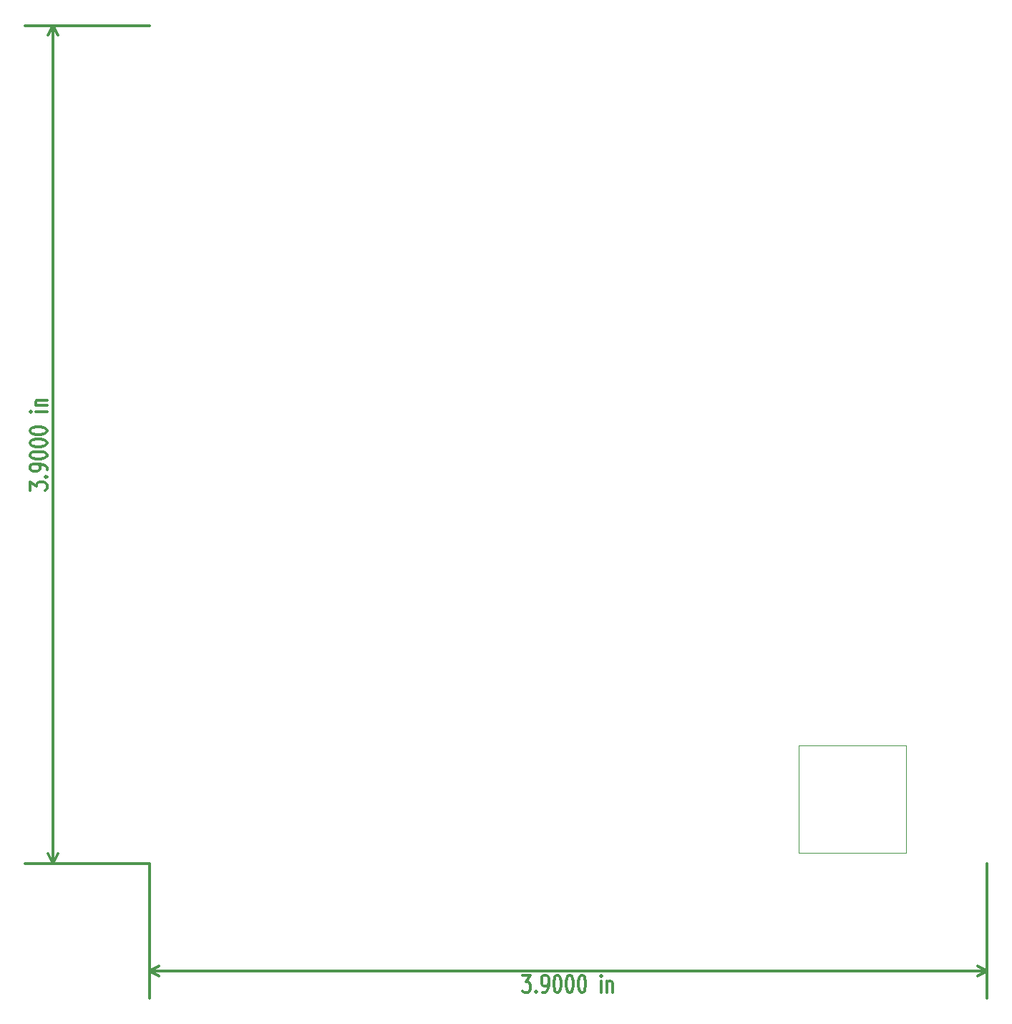
<source format=gbr>
G04 #@! TF.FileFunction,Drawing*
%FSLAX46Y46*%
G04 Gerber Fmt 4.6, Leading zero omitted, Abs format (unit mm)*
G04 Created by KiCad (PCBNEW (after 2015-may-25 BZR unknown)-product) date 10/06/2015 1:45:06 PM*
%MOMM*%
G01*
G04 APERTURE LIST*
%ADD10C,0.150000*%
%ADD11C,0.304800*%
%ADD12C,0.101600*%
G04 APERTURE END LIST*
D10*
D11*
X-1468362Y63173428D02*
X-1468362Y64116857D01*
X-694267Y63608857D01*
X-694267Y63826571D01*
X-597505Y63971714D01*
X-500743Y64044285D01*
X-307219Y64116857D01*
X176590Y64116857D01*
X370114Y64044285D01*
X466876Y63971714D01*
X563638Y63826571D01*
X563638Y63391143D01*
X466876Y63246000D01*
X370114Y63173428D01*
X370114Y64770000D02*
X466876Y64842572D01*
X563638Y64770000D01*
X466876Y64697429D01*
X370114Y64770000D01*
X563638Y64770000D01*
X563638Y65568286D02*
X563638Y65858571D01*
X466876Y66003714D01*
X370114Y66076286D01*
X79829Y66221428D01*
X-307219Y66294000D01*
X-1081314Y66294000D01*
X-1274838Y66221428D01*
X-1371600Y66148857D01*
X-1468362Y66003714D01*
X-1468362Y65713428D01*
X-1371600Y65568286D01*
X-1274838Y65495714D01*
X-1081314Y65423143D01*
X-597505Y65423143D01*
X-403981Y65495714D01*
X-307219Y65568286D01*
X-210457Y65713428D01*
X-210457Y66003714D01*
X-307219Y66148857D01*
X-403981Y66221428D01*
X-597505Y66294000D01*
X-1468362Y67237429D02*
X-1468362Y67382572D01*
X-1371600Y67527715D01*
X-1274838Y67600286D01*
X-1081314Y67672857D01*
X-694267Y67745429D01*
X-210457Y67745429D01*
X176590Y67672857D01*
X370114Y67600286D01*
X466876Y67527715D01*
X563638Y67382572D01*
X563638Y67237429D01*
X466876Y67092286D01*
X370114Y67019715D01*
X176590Y66947143D01*
X-210457Y66874572D01*
X-694267Y66874572D01*
X-1081314Y66947143D01*
X-1274838Y67019715D01*
X-1371600Y67092286D01*
X-1468362Y67237429D01*
X-1468362Y68688858D02*
X-1468362Y68834001D01*
X-1371600Y68979144D01*
X-1274838Y69051715D01*
X-1081314Y69124286D01*
X-694267Y69196858D01*
X-210457Y69196858D01*
X176590Y69124286D01*
X370114Y69051715D01*
X466876Y68979144D01*
X563638Y68834001D01*
X563638Y68688858D01*
X466876Y68543715D01*
X370114Y68471144D01*
X176590Y68398572D01*
X-210457Y68326001D01*
X-694267Y68326001D01*
X-1081314Y68398572D01*
X-1274838Y68471144D01*
X-1371600Y68543715D01*
X-1468362Y68688858D01*
X-1468362Y70140287D02*
X-1468362Y70285430D01*
X-1371600Y70430573D01*
X-1274838Y70503144D01*
X-1081314Y70575715D01*
X-694267Y70648287D01*
X-210457Y70648287D01*
X176590Y70575715D01*
X370114Y70503144D01*
X466876Y70430573D01*
X563638Y70285430D01*
X563638Y70140287D01*
X466876Y69995144D01*
X370114Y69922573D01*
X176590Y69850001D01*
X-210457Y69777430D01*
X-694267Y69777430D01*
X-1081314Y69850001D01*
X-1274838Y69922573D01*
X-1371600Y69995144D01*
X-1468362Y70140287D01*
X563638Y72462573D02*
X-791029Y72462573D01*
X-1468362Y72462573D02*
X-1371600Y72390002D01*
X-1274838Y72462573D01*
X-1371600Y72535145D01*
X-1468362Y72462573D01*
X-1274838Y72462573D01*
X-791029Y73188287D02*
X563638Y73188287D01*
X-597505Y73188287D02*
X-694267Y73260859D01*
X-791029Y73406001D01*
X-791029Y73623716D01*
X-694267Y73768859D01*
X-500743Y73841430D01*
X563638Y73841430D01*
X1270000Y19050000D02*
X1270000Y118110000D01*
X12700000Y19050000D02*
X-1981200Y19050000D01*
X12700000Y118110000D02*
X-1981200Y118110000D01*
X1270000Y118110000D02*
X1856420Y116983497D01*
X1270000Y118110000D02*
X683580Y116983497D01*
X1270000Y19050000D02*
X1856420Y20176503D01*
X1270000Y19050000D02*
X683580Y20176503D01*
X56823428Y5837163D02*
X57766857Y5837163D01*
X57258857Y5063068D01*
X57476571Y5063068D01*
X57621714Y4966306D01*
X57694285Y4869544D01*
X57766857Y4676020D01*
X57766857Y4192211D01*
X57694285Y3998687D01*
X57621714Y3901925D01*
X57476571Y3805163D01*
X57041143Y3805163D01*
X56896000Y3901925D01*
X56823428Y3998687D01*
X58420000Y3998687D02*
X58492572Y3901925D01*
X58420000Y3805163D01*
X58347429Y3901925D01*
X58420000Y3998687D01*
X58420000Y3805163D01*
X59218286Y3805163D02*
X59508571Y3805163D01*
X59653714Y3901925D01*
X59726286Y3998687D01*
X59871428Y4288972D01*
X59944000Y4676020D01*
X59944000Y5450115D01*
X59871428Y5643639D01*
X59798857Y5740401D01*
X59653714Y5837163D01*
X59363428Y5837163D01*
X59218286Y5740401D01*
X59145714Y5643639D01*
X59073143Y5450115D01*
X59073143Y4966306D01*
X59145714Y4772782D01*
X59218286Y4676020D01*
X59363428Y4579258D01*
X59653714Y4579258D01*
X59798857Y4676020D01*
X59871428Y4772782D01*
X59944000Y4966306D01*
X60887429Y5837163D02*
X61032572Y5837163D01*
X61177715Y5740401D01*
X61250286Y5643639D01*
X61322857Y5450115D01*
X61395429Y5063068D01*
X61395429Y4579258D01*
X61322857Y4192211D01*
X61250286Y3998687D01*
X61177715Y3901925D01*
X61032572Y3805163D01*
X60887429Y3805163D01*
X60742286Y3901925D01*
X60669715Y3998687D01*
X60597143Y4192211D01*
X60524572Y4579258D01*
X60524572Y5063068D01*
X60597143Y5450115D01*
X60669715Y5643639D01*
X60742286Y5740401D01*
X60887429Y5837163D01*
X62338858Y5837163D02*
X62484001Y5837163D01*
X62629144Y5740401D01*
X62701715Y5643639D01*
X62774286Y5450115D01*
X62846858Y5063068D01*
X62846858Y4579258D01*
X62774286Y4192211D01*
X62701715Y3998687D01*
X62629144Y3901925D01*
X62484001Y3805163D01*
X62338858Y3805163D01*
X62193715Y3901925D01*
X62121144Y3998687D01*
X62048572Y4192211D01*
X61976001Y4579258D01*
X61976001Y5063068D01*
X62048572Y5450115D01*
X62121144Y5643639D01*
X62193715Y5740401D01*
X62338858Y5837163D01*
X63790287Y5837163D02*
X63935430Y5837163D01*
X64080573Y5740401D01*
X64153144Y5643639D01*
X64225715Y5450115D01*
X64298287Y5063068D01*
X64298287Y4579258D01*
X64225715Y4192211D01*
X64153144Y3998687D01*
X64080573Y3901925D01*
X63935430Y3805163D01*
X63790287Y3805163D01*
X63645144Y3901925D01*
X63572573Y3998687D01*
X63500001Y4192211D01*
X63427430Y4579258D01*
X63427430Y5063068D01*
X63500001Y5450115D01*
X63572573Y5643639D01*
X63645144Y5740401D01*
X63790287Y5837163D01*
X66112573Y3805163D02*
X66112573Y5159830D01*
X66112573Y5837163D02*
X66040002Y5740401D01*
X66112573Y5643639D01*
X66185145Y5740401D01*
X66112573Y5837163D01*
X66112573Y5643639D01*
X66838287Y5159830D02*
X66838287Y3805163D01*
X66838287Y4966306D02*
X66910859Y5063068D01*
X67056001Y5159830D01*
X67273716Y5159830D01*
X67418859Y5063068D01*
X67491430Y4869544D01*
X67491430Y3805163D01*
X12700000Y6350001D02*
X111760000Y6350001D01*
X12700000Y19050000D02*
X12700000Y3098801D01*
X111760000Y19050000D02*
X111760000Y3098801D01*
X111760000Y6350001D02*
X110633497Y5763581D01*
X111760000Y6350001D02*
X110633497Y6936421D01*
X12700000Y6350001D02*
X13826503Y5763581D01*
X12700000Y6350001D02*
X13826503Y6936421D01*
D12*
X89535000Y20320000D02*
X102235000Y20320000D01*
X102235000Y20320000D02*
X102235000Y33020000D01*
X102235000Y33020000D02*
X89535000Y33020000D01*
X89535000Y33020000D02*
X89535000Y20320000D01*
M02*

</source>
